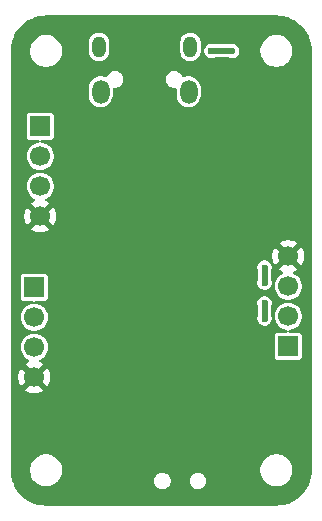
<source format=gbr>
%TF.GenerationSoftware,KiCad,Pcbnew,9.0.1*%
%TF.CreationDate,2025-04-19T10:59:12+01:00*%
%TF.ProjectId,firstkicadproject,66697273-746b-4696-9361-6470726f6a65,rev?*%
%TF.SameCoordinates,Original*%
%TF.FileFunction,Copper,L2,Bot*%
%TF.FilePolarity,Positive*%
%FSLAX46Y46*%
G04 Gerber Fmt 4.6, Leading zero omitted, Abs format (unit mm)*
G04 Created by KiCad (PCBNEW 9.0.1) date 2025-04-19 10:59:12*
%MOMM*%
%LPD*%
G01*
G04 APERTURE LIST*
%TA.AperFunction,ComponentPad*%
%ADD10R,1.700000X1.700000*%
%TD*%
%TA.AperFunction,ComponentPad*%
%ADD11C,1.700000*%
%TD*%
%TA.AperFunction,HeatsinkPad*%
%ADD12O,1.150000X1.800000*%
%TD*%
%TA.AperFunction,HeatsinkPad*%
%ADD13O,1.450000X2.000000*%
%TD*%
%TA.AperFunction,ViaPad*%
%ADD14C,0.600000*%
%TD*%
%TA.AperFunction,ViaPad*%
%ADD15C,0.700000*%
%TD*%
%TA.AperFunction,Conductor*%
%ADD16C,0.500000*%
%TD*%
G04 APERTURE END LIST*
D10*
%TO.P,J3,1,Pin_1*%
%TO.N,+3.3V*%
X68500000Y-61500000D03*
D11*
%TO.P,J3,2,Pin_2*%
%TO.N,/USART1_TX*%
X68500000Y-64040000D03*
%TO.P,J3,3,Pin_3*%
%TO.N,/USART1_RX*%
X68500000Y-66580000D03*
%TO.P,J3,4,Pin_4*%
%TO.N,GND*%
X68500000Y-69120000D03*
%TD*%
D10*
%TO.P,J2,1,Pin_1*%
%TO.N,+3.3V*%
X69000000Y-47880000D03*
D11*
%TO.P,J2,2,Pin_2*%
%TO.N,/SWDIO*%
X69000000Y-50420000D03*
%TO.P,J2,3,Pin_3*%
%TO.N,/SWCLK*%
X69000000Y-52960000D03*
%TO.P,J2,4,Pin_4*%
%TO.N,GND*%
X69000000Y-55500000D03*
%TD*%
D12*
%TO.P,J1,6,Shield*%
%TO.N,unconnected-(J1-Shield-Pad6)_1*%
X81725000Y-41150000D03*
D13*
%TO.N,unconnected-(J1-Shield-Pad6)_2*%
X81575000Y-44950000D03*
%TO.N,unconnected-(J1-Shield-Pad6)*%
X74125000Y-44950000D03*
D12*
%TO.N,unconnected-(J1-Shield-Pad6)_3*%
X73975000Y-41150000D03*
%TD*%
D10*
%TO.P,J4,1,Pin_1*%
%TO.N,+3.3V*%
X90000000Y-66500000D03*
D11*
%TO.P,J4,2,Pin_2*%
%TO.N,/I2C2_SCL*%
X90000000Y-63960000D03*
%TO.P,J4,3,Pin_3*%
%TO.N,/I2C2_SDA*%
X90000000Y-61420000D03*
%TO.P,J4,4,Pin_4*%
%TO.N,GND*%
X90000000Y-58880000D03*
%TD*%
D14*
%TO.N,GND*%
X77500000Y-65000000D03*
D15*
X73000000Y-70000000D03*
D14*
X78000000Y-71000000D03*
X86500000Y-72000000D03*
X89500000Y-48500000D03*
X80000000Y-48000000D03*
X76000000Y-76000000D03*
X76500000Y-55000000D03*
X74850000Y-69000000D03*
X76000000Y-47500000D03*
X80500000Y-65000000D03*
X78000000Y-74000000D03*
X83000000Y-72500000D03*
X82000000Y-60500000D03*
X82000000Y-73000000D03*
X89500000Y-72000000D03*
X85000000Y-39500000D03*
X72500000Y-71000000D03*
X81000000Y-48000000D03*
%TO.N,+3.3V*%
X88000000Y-59840000D03*
X88000000Y-64160000D03*
X88000000Y-62860000D03*
X88000000Y-61140000D03*
X85250000Y-41500000D03*
X83500000Y-41500000D03*
%TD*%
D16*
%TO.N,+3.3V*%
X88000000Y-61140000D02*
X88000000Y-59840000D01*
X85250000Y-41500000D02*
X83500000Y-41500000D01*
X88000000Y-64160000D02*
X88000000Y-62860000D01*
%TD*%
%TA.AperFunction,Conductor*%
%TO.N,GND*%
G36*
X89003243Y-38500669D02*
G01*
X89280182Y-38515184D01*
X89287575Y-38515794D01*
X89349875Y-38522813D01*
X89355353Y-38523555D01*
X89597128Y-38561848D01*
X89605289Y-38563423D01*
X89660830Y-38576100D01*
X89665181Y-38577179D01*
X89908157Y-38642284D01*
X89916999Y-38645013D01*
X89959629Y-38659930D01*
X89963079Y-38661195D01*
X90209378Y-38755739D01*
X90218711Y-38759770D01*
X90239307Y-38769689D01*
X90241754Y-38770900D01*
X90493968Y-38899411D01*
X90505203Y-38905898D01*
X90757608Y-39069812D01*
X90768109Y-39077441D01*
X91002010Y-39266850D01*
X91011655Y-39275535D01*
X91224464Y-39488344D01*
X91233149Y-39497989D01*
X91422558Y-39731890D01*
X91430187Y-39742391D01*
X91594101Y-39994796D01*
X91600591Y-40006036D01*
X91729075Y-40258199D01*
X91730309Y-40260691D01*
X91740223Y-40281277D01*
X91744268Y-40290643D01*
X91838791Y-40536887D01*
X91840068Y-40540369D01*
X91854985Y-40582999D01*
X91857719Y-40591860D01*
X91922806Y-40834766D01*
X91923923Y-40839269D01*
X91936569Y-40894679D01*
X91938150Y-40902872D01*
X91976440Y-41144627D01*
X91977187Y-41150142D01*
X91984204Y-41212424D01*
X91984814Y-41219816D01*
X91999330Y-41496755D01*
X91999500Y-41503246D01*
X91999500Y-76996753D01*
X91999330Y-77003244D01*
X91984814Y-77280182D01*
X91984204Y-77287574D01*
X91977187Y-77349856D01*
X91976440Y-77355371D01*
X91938150Y-77597126D01*
X91936569Y-77605319D01*
X91923923Y-77660729D01*
X91922806Y-77665232D01*
X91857719Y-77908138D01*
X91854985Y-77916999D01*
X91840068Y-77959629D01*
X91838791Y-77963111D01*
X91744268Y-78209355D01*
X91740223Y-78218721D01*
X91730309Y-78239307D01*
X91729075Y-78241799D01*
X91600591Y-78493964D01*
X91594105Y-78505197D01*
X91549697Y-78573581D01*
X91430187Y-78757609D01*
X91422558Y-78768109D01*
X91233149Y-79002010D01*
X91224464Y-79011655D01*
X91011655Y-79224464D01*
X91002010Y-79233149D01*
X90768109Y-79422558D01*
X90757609Y-79430187D01*
X90505197Y-79594105D01*
X90493964Y-79600591D01*
X90241799Y-79729075D01*
X90239307Y-79730309D01*
X90218721Y-79740223D01*
X90209355Y-79744268D01*
X89963111Y-79838791D01*
X89959629Y-79840068D01*
X89916999Y-79854985D01*
X89908138Y-79857719D01*
X89665232Y-79922806D01*
X89660729Y-79923923D01*
X89605319Y-79936569D01*
X89597126Y-79938150D01*
X89355371Y-79976440D01*
X89349856Y-79977187D01*
X89287574Y-79984204D01*
X89280182Y-79984814D01*
X89003244Y-79999330D01*
X88996753Y-79999500D01*
X69503246Y-79999500D01*
X69496757Y-79999330D01*
X69486676Y-79998801D01*
X69219816Y-79984814D01*
X69212424Y-79984204D01*
X69150142Y-79977187D01*
X69144627Y-79976440D01*
X68902872Y-79938150D01*
X68894679Y-79936569D01*
X68866044Y-79930033D01*
X68839245Y-79923917D01*
X68834766Y-79922806D01*
X68591860Y-79857719D01*
X68582999Y-79854985D01*
X68540369Y-79840068D01*
X68536887Y-79838791D01*
X68290643Y-79744268D01*
X68281277Y-79740223D01*
X68260691Y-79730309D01*
X68258199Y-79729075D01*
X68006036Y-79600591D01*
X67994796Y-79594101D01*
X67742391Y-79430187D01*
X67731890Y-79422558D01*
X67497989Y-79233149D01*
X67488344Y-79224464D01*
X67275535Y-79011655D01*
X67266850Y-79002010D01*
X67077441Y-78768109D01*
X67069812Y-78757608D01*
X66950303Y-78573580D01*
X66905896Y-78505199D01*
X66899408Y-78493963D01*
X66770900Y-78241754D01*
X66769689Y-78239307D01*
X66759775Y-78218721D01*
X66755739Y-78209378D01*
X66661195Y-77963079D01*
X66659930Y-77959629D01*
X66645013Y-77916999D01*
X66642284Y-77908157D01*
X66577179Y-77665181D01*
X66576100Y-77660830D01*
X66563423Y-77605289D01*
X66561848Y-77597126D01*
X66557264Y-77568182D01*
X66523555Y-77355353D01*
X66522811Y-77349856D01*
X66515794Y-77287574D01*
X66515184Y-77280181D01*
X66500670Y-77003243D01*
X66500500Y-76996753D01*
X66500500Y-76893713D01*
X68149500Y-76893713D01*
X68149500Y-77106286D01*
X68182324Y-77313533D01*
X68182754Y-77316243D01*
X68232721Y-77470026D01*
X68248444Y-77518414D01*
X68344951Y-77707820D01*
X68469890Y-77879786D01*
X68620213Y-78030109D01*
X68792179Y-78155048D01*
X68792181Y-78155049D01*
X68792184Y-78155051D01*
X68981588Y-78251557D01*
X69183757Y-78317246D01*
X69393713Y-78350500D01*
X69393714Y-78350500D01*
X69606286Y-78350500D01*
X69606287Y-78350500D01*
X69816243Y-78317246D01*
X70018412Y-78251557D01*
X70207816Y-78155051D01*
X70277639Y-78104322D01*
X70379786Y-78030109D01*
X70379788Y-78030106D01*
X70379792Y-78030104D01*
X70440901Y-77968995D01*
X78649499Y-77968995D01*
X78676418Y-78104322D01*
X78676421Y-78104332D01*
X78729221Y-78231804D01*
X78729228Y-78231817D01*
X78805885Y-78346541D01*
X78805888Y-78346545D01*
X78903454Y-78444111D01*
X78903458Y-78444114D01*
X79018182Y-78520771D01*
X79018195Y-78520778D01*
X79145667Y-78573578D01*
X79145672Y-78573580D01*
X79145676Y-78573580D01*
X79145677Y-78573581D01*
X79281004Y-78600500D01*
X79281007Y-78600500D01*
X79418995Y-78600500D01*
X79510041Y-78582389D01*
X79554328Y-78573580D01*
X79681811Y-78520775D01*
X79796542Y-78444114D01*
X79894114Y-78346542D01*
X79970775Y-78231811D01*
X80023580Y-78104328D01*
X80050500Y-77968995D01*
X81649499Y-77968995D01*
X81676418Y-78104322D01*
X81676421Y-78104332D01*
X81729221Y-78231804D01*
X81729228Y-78231817D01*
X81805885Y-78346541D01*
X81805888Y-78346545D01*
X81903454Y-78444111D01*
X81903458Y-78444114D01*
X82018182Y-78520771D01*
X82018195Y-78520778D01*
X82145667Y-78573578D01*
X82145672Y-78573580D01*
X82145676Y-78573580D01*
X82145677Y-78573581D01*
X82281004Y-78600500D01*
X82281007Y-78600500D01*
X82418995Y-78600500D01*
X82510041Y-78582389D01*
X82554328Y-78573580D01*
X82681811Y-78520775D01*
X82796542Y-78444114D01*
X82894114Y-78346542D01*
X82970775Y-78231811D01*
X83023580Y-78104328D01*
X83050500Y-77968993D01*
X83050500Y-77831007D01*
X83050500Y-77831004D01*
X83023581Y-77695677D01*
X83023580Y-77695676D01*
X83023580Y-77695672D01*
X83023578Y-77695667D01*
X82970778Y-77568195D01*
X82970771Y-77568182D01*
X82894114Y-77453458D01*
X82894111Y-77453454D01*
X82796545Y-77355888D01*
X82796541Y-77355885D01*
X82681817Y-77279228D01*
X82681804Y-77279221D01*
X82554332Y-77226421D01*
X82554322Y-77226418D01*
X82418995Y-77199500D01*
X82418993Y-77199500D01*
X82281007Y-77199500D01*
X82281005Y-77199500D01*
X82145677Y-77226418D01*
X82145667Y-77226421D01*
X82018195Y-77279221D01*
X82018182Y-77279228D01*
X81903458Y-77355885D01*
X81903454Y-77355888D01*
X81805888Y-77453454D01*
X81805885Y-77453458D01*
X81729228Y-77568182D01*
X81729221Y-77568195D01*
X81676421Y-77695667D01*
X81676418Y-77695677D01*
X81649500Y-77831004D01*
X81649500Y-77831007D01*
X81649500Y-77968993D01*
X81649500Y-77968995D01*
X81649499Y-77968995D01*
X80050500Y-77968995D01*
X80050500Y-77968993D01*
X80050500Y-77831007D01*
X80050500Y-77831004D01*
X80023581Y-77695677D01*
X80023580Y-77695676D01*
X80023580Y-77695672D01*
X80023578Y-77695667D01*
X79970778Y-77568195D01*
X79970771Y-77568182D01*
X79894114Y-77453458D01*
X79894111Y-77453454D01*
X79796545Y-77355888D01*
X79796541Y-77355885D01*
X79681817Y-77279228D01*
X79681804Y-77279221D01*
X79554332Y-77226421D01*
X79554322Y-77226418D01*
X79418995Y-77199500D01*
X79418993Y-77199500D01*
X79281007Y-77199500D01*
X79281005Y-77199500D01*
X79145677Y-77226418D01*
X79145667Y-77226421D01*
X79018195Y-77279221D01*
X79018182Y-77279228D01*
X78903458Y-77355885D01*
X78903454Y-77355888D01*
X78805888Y-77453454D01*
X78805885Y-77453458D01*
X78729228Y-77568182D01*
X78729221Y-77568195D01*
X78676421Y-77695667D01*
X78676418Y-77695677D01*
X78649500Y-77831004D01*
X78649500Y-77831007D01*
X78649500Y-77968993D01*
X78649500Y-77968995D01*
X78649499Y-77968995D01*
X70440901Y-77968995D01*
X70530104Y-77879792D01*
X70536680Y-77870740D01*
X70622929Y-77752030D01*
X70655048Y-77707820D01*
X70655051Y-77707816D01*
X70751557Y-77518412D01*
X70817246Y-77316243D01*
X70850500Y-77106287D01*
X70850500Y-76893713D01*
X87649500Y-76893713D01*
X87649500Y-77106286D01*
X87682324Y-77313533D01*
X87682754Y-77316243D01*
X87732721Y-77470026D01*
X87748444Y-77518414D01*
X87844951Y-77707820D01*
X87969890Y-77879786D01*
X88120213Y-78030109D01*
X88292179Y-78155048D01*
X88292181Y-78155049D01*
X88292184Y-78155051D01*
X88481588Y-78251557D01*
X88683757Y-78317246D01*
X88893713Y-78350500D01*
X88893714Y-78350500D01*
X89106286Y-78350500D01*
X89106287Y-78350500D01*
X89316243Y-78317246D01*
X89518412Y-78251557D01*
X89707816Y-78155051D01*
X89777639Y-78104322D01*
X89879786Y-78030109D01*
X89879788Y-78030106D01*
X89879792Y-78030104D01*
X90030104Y-77879792D01*
X90030106Y-77879788D01*
X90030109Y-77879786D01*
X90155048Y-77707820D01*
X90155047Y-77707820D01*
X90155051Y-77707816D01*
X90251557Y-77518412D01*
X90317246Y-77316243D01*
X90350500Y-77106287D01*
X90350500Y-76893713D01*
X90317246Y-76683757D01*
X90251557Y-76481588D01*
X90155051Y-76292184D01*
X90155049Y-76292181D01*
X90155048Y-76292179D01*
X90030109Y-76120213D01*
X89879786Y-75969890D01*
X89707820Y-75844951D01*
X89518414Y-75748444D01*
X89518413Y-75748443D01*
X89518412Y-75748443D01*
X89316243Y-75682754D01*
X89316241Y-75682753D01*
X89316240Y-75682753D01*
X89154957Y-75657208D01*
X89106287Y-75649500D01*
X88893713Y-75649500D01*
X88845042Y-75657208D01*
X88683760Y-75682753D01*
X88481585Y-75748444D01*
X88292179Y-75844951D01*
X88120213Y-75969890D01*
X87969890Y-76120213D01*
X87844951Y-76292179D01*
X87748444Y-76481585D01*
X87682753Y-76683760D01*
X87649500Y-76893713D01*
X70850500Y-76893713D01*
X70817246Y-76683757D01*
X70751557Y-76481588D01*
X70655051Y-76292184D01*
X70655049Y-76292181D01*
X70655048Y-76292179D01*
X70530109Y-76120213D01*
X70379786Y-75969890D01*
X70207820Y-75844951D01*
X70018414Y-75748444D01*
X70018413Y-75748443D01*
X70018412Y-75748443D01*
X69816243Y-75682754D01*
X69816241Y-75682753D01*
X69816240Y-75682753D01*
X69654957Y-75657208D01*
X69606287Y-75649500D01*
X69393713Y-75649500D01*
X69345042Y-75657208D01*
X69183760Y-75682753D01*
X68981585Y-75748444D01*
X68792179Y-75844951D01*
X68620213Y-75969890D01*
X68469890Y-76120213D01*
X68344951Y-76292179D01*
X68248444Y-76481585D01*
X68182753Y-76683760D01*
X68149500Y-76893713D01*
X66500500Y-76893713D01*
X66500500Y-69013753D01*
X67150000Y-69013753D01*
X67150000Y-69226246D01*
X67183242Y-69436127D01*
X67183242Y-69436130D01*
X67248904Y-69638217D01*
X67345375Y-69827550D01*
X67384728Y-69881716D01*
X68017037Y-69249408D01*
X68034075Y-69312993D01*
X68099901Y-69427007D01*
X68192993Y-69520099D01*
X68307007Y-69585925D01*
X68370590Y-69602962D01*
X67738282Y-70235269D01*
X67738282Y-70235270D01*
X67792449Y-70274624D01*
X67981782Y-70371095D01*
X68183870Y-70436757D01*
X68393754Y-70470000D01*
X68606246Y-70470000D01*
X68816127Y-70436757D01*
X68816130Y-70436757D01*
X69018217Y-70371095D01*
X69207554Y-70274622D01*
X69261716Y-70235270D01*
X69261717Y-70235270D01*
X68629408Y-69602962D01*
X68692993Y-69585925D01*
X68807007Y-69520099D01*
X68900099Y-69427007D01*
X68965925Y-69312993D01*
X68982962Y-69249408D01*
X69615270Y-69881717D01*
X69615270Y-69881716D01*
X69654622Y-69827554D01*
X69751095Y-69638217D01*
X69816757Y-69436130D01*
X69816757Y-69436127D01*
X69850000Y-69226246D01*
X69850000Y-69013753D01*
X69816757Y-68803872D01*
X69816757Y-68803869D01*
X69751095Y-68601782D01*
X69654624Y-68412449D01*
X69615270Y-68358282D01*
X69615269Y-68358282D01*
X68982962Y-68990590D01*
X68965925Y-68927007D01*
X68900099Y-68812993D01*
X68807007Y-68719901D01*
X68692993Y-68654075D01*
X68629409Y-68637037D01*
X69261716Y-68004728D01*
X69207550Y-67965375D01*
X69018217Y-67868904D01*
X68989292Y-67859506D01*
X68931616Y-67820068D01*
X68904418Y-67755710D01*
X68916333Y-67686863D01*
X68963577Y-67635388D01*
X68971315Y-67631090D01*
X69102994Y-67563996D01*
X69249501Y-67457553D01*
X69377553Y-67329501D01*
X69483996Y-67182994D01*
X69566211Y-67021639D01*
X69622171Y-66849409D01*
X69636765Y-66757259D01*
X69650500Y-66670551D01*
X69650500Y-66489448D01*
X69634019Y-66385397D01*
X69622171Y-66310591D01*
X69566211Y-66138361D01*
X69566211Y-66138360D01*
X69537740Y-66082484D01*
X69483996Y-65977006D01*
X69470396Y-65958287D01*
X69377558Y-65830505D01*
X69377554Y-65830500D01*
X69249499Y-65702445D01*
X69249494Y-65702441D01*
X69102997Y-65596006D01*
X69102996Y-65596005D01*
X69102994Y-65596004D01*
X69051300Y-65569664D01*
X68941639Y-65513788D01*
X68941636Y-65513787D01*
X68769410Y-65457829D01*
X68609321Y-65432473D01*
X68546186Y-65402544D01*
X68509255Y-65343232D01*
X68510253Y-65273370D01*
X68548863Y-65215137D01*
X68609321Y-65187527D01*
X68679425Y-65176422D01*
X68769409Y-65162171D01*
X68941639Y-65106211D01*
X69102994Y-65023996D01*
X69249501Y-64917553D01*
X69377553Y-64789501D01*
X69483996Y-64642994D01*
X69566211Y-64481639D01*
X69622171Y-64309409D01*
X69636765Y-64217259D01*
X69650500Y-64130551D01*
X69650500Y-63949448D01*
X69634019Y-63845397D01*
X69622171Y-63770591D01*
X69566211Y-63598361D01*
X69566211Y-63598360D01*
X69525450Y-63518363D01*
X69483996Y-63437006D01*
X69425870Y-63357002D01*
X69377558Y-63290505D01*
X69377554Y-63290500D01*
X69249499Y-63162445D01*
X69249494Y-63162441D01*
X69102997Y-63056006D01*
X69102996Y-63056005D01*
X69102994Y-63056004D01*
X69051300Y-63029664D01*
X68941639Y-62973788D01*
X68941636Y-62973787D01*
X68769410Y-62917829D01*
X68637728Y-62896972D01*
X68574594Y-62867042D01*
X68537663Y-62807731D01*
X68538046Y-62780943D01*
X87399500Y-62780943D01*
X87399500Y-62939057D01*
X87430836Y-63056004D01*
X87442527Y-63099636D01*
X87441832Y-63099822D01*
X87449500Y-63138362D01*
X87449500Y-63881637D01*
X87441834Y-63920179D01*
X87442527Y-63920365D01*
X87440423Y-63928214D01*
X87440423Y-63928216D01*
X87399500Y-64080943D01*
X87399500Y-64239056D01*
X87440423Y-64391783D01*
X87440426Y-64391790D01*
X87519475Y-64528709D01*
X87519479Y-64528714D01*
X87519480Y-64528716D01*
X87631284Y-64640520D01*
X87631286Y-64640521D01*
X87631290Y-64640524D01*
X87750760Y-64709499D01*
X87768216Y-64719577D01*
X87920943Y-64760500D01*
X87920945Y-64760500D01*
X88079055Y-64760500D01*
X88079057Y-64760500D01*
X88231784Y-64719577D01*
X88368716Y-64640520D01*
X88480520Y-64528716D01*
X88559577Y-64391784D01*
X88600500Y-64239057D01*
X88600500Y-64080943D01*
X88559577Y-63928216D01*
X88559576Y-63928214D01*
X88557473Y-63920365D01*
X88558165Y-63920179D01*
X88550500Y-63881637D01*
X88550500Y-63138362D01*
X88558167Y-63099822D01*
X88557473Y-63099636D01*
X88562080Y-63082441D01*
X88600500Y-62939057D01*
X88600500Y-62780943D01*
X88559577Y-62628216D01*
X88524539Y-62567527D01*
X88480524Y-62491290D01*
X88480518Y-62491282D01*
X88368717Y-62379481D01*
X88368709Y-62379475D01*
X88231790Y-62300426D01*
X88231786Y-62300424D01*
X88231784Y-62300423D01*
X88079057Y-62259500D01*
X87920943Y-62259500D01*
X87768216Y-62300423D01*
X87768209Y-62300426D01*
X87631290Y-62379475D01*
X87631282Y-62379481D01*
X87519481Y-62491282D01*
X87519475Y-62491290D01*
X87440426Y-62628209D01*
X87440423Y-62628216D01*
X87399500Y-62780943D01*
X68538046Y-62780943D01*
X68538661Y-62737868D01*
X68577271Y-62679636D01*
X68641235Y-62651522D01*
X68657120Y-62650499D01*
X69394864Y-62650499D01*
X69397128Y-62650236D01*
X69402248Y-62649643D01*
X69402252Y-62649642D01*
X69419991Y-62647585D01*
X69522765Y-62602206D01*
X69602206Y-62522765D01*
X69647585Y-62419991D01*
X69650500Y-62394865D01*
X69650499Y-60605136D01*
X69650497Y-60605117D01*
X69647586Y-60580012D01*
X69647585Y-60580010D01*
X69647585Y-60580009D01*
X69602206Y-60477235D01*
X69522765Y-60397794D01*
X69522763Y-60397793D01*
X69419992Y-60352415D01*
X69394865Y-60349500D01*
X67605143Y-60349500D01*
X67605117Y-60349502D01*
X67580012Y-60352413D01*
X67580008Y-60352415D01*
X67477235Y-60397793D01*
X67397794Y-60477234D01*
X67352415Y-60580006D01*
X67352415Y-60580008D01*
X67349500Y-60605131D01*
X67349500Y-62394856D01*
X67349502Y-62394882D01*
X67352413Y-62419987D01*
X67352415Y-62419991D01*
X67397793Y-62522764D01*
X67397794Y-62522765D01*
X67477235Y-62602206D01*
X67580009Y-62647585D01*
X67605135Y-62650500D01*
X68342873Y-62650499D01*
X68409910Y-62670183D01*
X68455665Y-62722987D01*
X68465609Y-62792146D01*
X68436584Y-62855702D01*
X68377806Y-62893476D01*
X68362270Y-62896972D01*
X68230589Y-62917829D01*
X68058363Y-62973787D01*
X68058360Y-62973788D01*
X67897002Y-63056006D01*
X67750505Y-63162441D01*
X67750500Y-63162445D01*
X67622445Y-63290500D01*
X67622441Y-63290505D01*
X67516006Y-63437002D01*
X67433788Y-63598360D01*
X67433787Y-63598363D01*
X67377829Y-63770589D01*
X67349500Y-63949448D01*
X67349500Y-64130551D01*
X67377829Y-64309410D01*
X67433787Y-64481636D01*
X67433788Y-64481639D01*
X67475243Y-64562997D01*
X67514745Y-64640524D01*
X67516006Y-64642997D01*
X67622441Y-64789494D01*
X67622445Y-64789499D01*
X67750500Y-64917554D01*
X67750505Y-64917558D01*
X67878287Y-65010396D01*
X67897006Y-65023996D01*
X68002484Y-65077740D01*
X68058360Y-65106211D01*
X68058363Y-65106212D01*
X68140675Y-65132956D01*
X68230591Y-65162171D01*
X68303639Y-65173740D01*
X68390678Y-65187527D01*
X68453813Y-65217456D01*
X68490744Y-65276768D01*
X68489746Y-65346631D01*
X68451136Y-65404863D01*
X68390678Y-65432473D01*
X68230589Y-65457829D01*
X68058363Y-65513787D01*
X68058360Y-65513788D01*
X67897002Y-65596006D01*
X67750505Y-65702441D01*
X67750500Y-65702445D01*
X67622445Y-65830500D01*
X67622441Y-65830505D01*
X67516006Y-65977002D01*
X67433788Y-66138360D01*
X67433787Y-66138363D01*
X67377829Y-66310589D01*
X67349500Y-66489448D01*
X67349500Y-66670551D01*
X67377829Y-66849410D01*
X67433787Y-67021636D01*
X67433788Y-67021639D01*
X67516006Y-67182997D01*
X67622441Y-67329494D01*
X67622445Y-67329499D01*
X67750500Y-67457554D01*
X67750505Y-67457558D01*
X67840256Y-67522765D01*
X67897006Y-67563996D01*
X67971995Y-67602205D01*
X68028684Y-67631090D01*
X68079480Y-67679065D01*
X68096275Y-67746886D01*
X68073737Y-67813021D01*
X68019022Y-67856472D01*
X68010708Y-67859506D01*
X67981781Y-67868905D01*
X67792439Y-67965380D01*
X67738282Y-68004727D01*
X67738282Y-68004728D01*
X68370591Y-68637037D01*
X68307007Y-68654075D01*
X68192993Y-68719901D01*
X68099901Y-68812993D01*
X68034075Y-68927007D01*
X68017037Y-68990591D01*
X67384728Y-68358282D01*
X67384727Y-68358282D01*
X67345380Y-68412439D01*
X67248904Y-68601782D01*
X67183242Y-68803869D01*
X67183242Y-68803872D01*
X67150000Y-69013753D01*
X66500500Y-69013753D01*
X66500500Y-59760943D01*
X87399500Y-59760943D01*
X87399500Y-59919057D01*
X87430466Y-60034624D01*
X87442527Y-60079636D01*
X87441832Y-60079822D01*
X87449500Y-60118362D01*
X87449500Y-60861637D01*
X87441834Y-60900179D01*
X87442527Y-60900365D01*
X87440423Y-60908214D01*
X87440423Y-60908216D01*
X87399500Y-61060943D01*
X87399500Y-61219057D01*
X87419176Y-61292487D01*
X87440423Y-61371783D01*
X87440426Y-61371790D01*
X87519475Y-61508709D01*
X87519479Y-61508714D01*
X87519480Y-61508716D01*
X87631284Y-61620520D01*
X87631286Y-61620521D01*
X87631290Y-61620524D01*
X87750604Y-61689409D01*
X87768216Y-61699577D01*
X87920943Y-61740500D01*
X87920945Y-61740500D01*
X88079055Y-61740500D01*
X88079057Y-61740500D01*
X88231784Y-61699577D01*
X88368716Y-61620520D01*
X88480520Y-61508716D01*
X88559577Y-61371784D01*
X88600500Y-61219057D01*
X88600500Y-61060943D01*
X88559577Y-60908216D01*
X88559576Y-60908214D01*
X88557473Y-60900365D01*
X88558165Y-60900179D01*
X88550500Y-60861637D01*
X88550500Y-60118362D01*
X88558167Y-60079822D01*
X88557473Y-60079636D01*
X88569534Y-60034624D01*
X88600500Y-59919057D01*
X88600500Y-59760943D01*
X88559577Y-59608216D01*
X88547646Y-59587550D01*
X88480524Y-59471290D01*
X88480518Y-59471282D01*
X88368717Y-59359481D01*
X88368709Y-59359475D01*
X88231790Y-59280426D01*
X88231786Y-59280424D01*
X88231784Y-59280423D01*
X88079057Y-59239500D01*
X87920943Y-59239500D01*
X87768216Y-59280423D01*
X87768209Y-59280426D01*
X87631290Y-59359475D01*
X87631282Y-59359481D01*
X87519481Y-59471282D01*
X87519475Y-59471290D01*
X87440426Y-59608209D01*
X87440423Y-59608216D01*
X87399500Y-59760943D01*
X66500500Y-59760943D01*
X66500500Y-58773753D01*
X88650000Y-58773753D01*
X88650000Y-58986246D01*
X88683242Y-59196127D01*
X88683242Y-59196130D01*
X88748904Y-59398217D01*
X88845375Y-59587550D01*
X88884728Y-59641716D01*
X89517037Y-59009408D01*
X89534075Y-59072993D01*
X89599901Y-59187007D01*
X89692993Y-59280099D01*
X89807007Y-59345925D01*
X89870590Y-59362962D01*
X89238282Y-59995269D01*
X89238282Y-59995270D01*
X89292449Y-60034624D01*
X89481780Y-60131094D01*
X89510705Y-60140492D01*
X89568381Y-60179929D01*
X89595580Y-60244287D01*
X89583667Y-60313134D01*
X89536424Y-60364610D01*
X89528685Y-60368908D01*
X89397004Y-60436004D01*
X89250505Y-60542441D01*
X89250500Y-60542445D01*
X89122445Y-60670500D01*
X89122441Y-60670505D01*
X89016006Y-60817002D01*
X88933788Y-60978360D01*
X88933787Y-60978363D01*
X88877829Y-61150589D01*
X88849500Y-61329448D01*
X88849500Y-61510551D01*
X88877829Y-61689410D01*
X88933787Y-61861636D01*
X88933788Y-61861639D01*
X89016006Y-62022997D01*
X89122441Y-62169494D01*
X89122445Y-62169499D01*
X89250500Y-62297554D01*
X89250505Y-62297558D01*
X89363262Y-62379480D01*
X89397006Y-62403996D01*
X89502484Y-62457740D01*
X89558360Y-62486211D01*
X89558363Y-62486212D01*
X89644476Y-62514191D01*
X89730591Y-62542171D01*
X89803639Y-62553740D01*
X89890678Y-62567527D01*
X89953813Y-62597456D01*
X89990744Y-62656768D01*
X89989746Y-62726631D01*
X89951136Y-62784863D01*
X89890678Y-62812473D01*
X89730589Y-62837829D01*
X89558363Y-62893787D01*
X89558360Y-62893788D01*
X89397002Y-62976006D01*
X89250505Y-63082441D01*
X89250500Y-63082445D01*
X89122445Y-63210500D01*
X89122441Y-63210505D01*
X89016006Y-63357002D01*
X88933788Y-63518360D01*
X88933787Y-63518363D01*
X88877829Y-63690589D01*
X88849500Y-63869448D01*
X88849500Y-64050551D01*
X88877829Y-64229410D01*
X88933787Y-64401636D01*
X88933788Y-64401639D01*
X88974551Y-64481639D01*
X88998538Y-64528716D01*
X89016006Y-64562997D01*
X89122441Y-64709494D01*
X89122445Y-64709499D01*
X89250500Y-64837554D01*
X89250505Y-64837558D01*
X89360617Y-64917558D01*
X89397006Y-64943996D01*
X89502484Y-64997740D01*
X89558360Y-65026211D01*
X89558363Y-65026212D01*
X89644476Y-65054191D01*
X89730591Y-65082171D01*
X89834716Y-65098662D01*
X89862270Y-65103027D01*
X89925405Y-65132956D01*
X89962336Y-65192268D01*
X89961338Y-65262130D01*
X89922728Y-65320363D01*
X89858765Y-65348477D01*
X89842872Y-65349500D01*
X89105143Y-65349500D01*
X89105117Y-65349502D01*
X89080012Y-65352413D01*
X89080008Y-65352415D01*
X88977235Y-65397793D01*
X88897794Y-65477234D01*
X88852415Y-65580006D01*
X88852415Y-65580008D01*
X88849500Y-65605131D01*
X88849500Y-67394856D01*
X88849502Y-67394882D01*
X88852413Y-67419987D01*
X88852415Y-67419991D01*
X88897793Y-67522764D01*
X88897794Y-67522765D01*
X88977235Y-67602206D01*
X89080009Y-67647585D01*
X89105135Y-67650500D01*
X90894864Y-67650499D01*
X90894879Y-67650497D01*
X90894882Y-67650497D01*
X90919987Y-67647586D01*
X90919988Y-67647585D01*
X90919991Y-67647585D01*
X91022765Y-67602206D01*
X91102206Y-67522765D01*
X91147585Y-67419991D01*
X91150500Y-67394865D01*
X91150499Y-65605136D01*
X91150497Y-65605117D01*
X91147586Y-65580012D01*
X91147585Y-65580010D01*
X91147585Y-65580009D01*
X91102206Y-65477235D01*
X91022765Y-65397794D01*
X91022763Y-65397793D01*
X90919992Y-65352415D01*
X90894868Y-65349500D01*
X90157128Y-65349500D01*
X90090089Y-65329815D01*
X90044334Y-65277011D01*
X90034390Y-65207853D01*
X90063415Y-65144297D01*
X90122193Y-65106523D01*
X90137730Y-65103027D01*
X90161014Y-65099338D01*
X90269409Y-65082171D01*
X90441639Y-65026211D01*
X90602994Y-64943996D01*
X90749501Y-64837553D01*
X90877553Y-64709501D01*
X90983996Y-64562994D01*
X91066211Y-64401639D01*
X91122171Y-64229409D01*
X91137829Y-64130546D01*
X91150500Y-64050551D01*
X91150500Y-63869448D01*
X91134019Y-63765397D01*
X91122171Y-63690591D01*
X91066211Y-63518361D01*
X91066211Y-63518360D01*
X91024756Y-63437002D01*
X90983996Y-63357006D01*
X90970396Y-63338287D01*
X90877558Y-63210505D01*
X90877554Y-63210500D01*
X90749499Y-63082445D01*
X90749494Y-63082441D01*
X90602997Y-62976006D01*
X90602996Y-62976005D01*
X90602994Y-62976004D01*
X90530478Y-62939055D01*
X90441639Y-62893788D01*
X90441636Y-62893787D01*
X90269410Y-62837829D01*
X90109321Y-62812473D01*
X90046186Y-62782544D01*
X90009255Y-62723232D01*
X90010253Y-62653370D01*
X90048863Y-62595137D01*
X90109321Y-62567527D01*
X90179425Y-62556422D01*
X90269409Y-62542171D01*
X90441639Y-62486211D01*
X90602994Y-62403996D01*
X90749501Y-62297553D01*
X90877553Y-62169501D01*
X90983996Y-62022994D01*
X91066211Y-61861639D01*
X91122171Y-61689409D01*
X91136765Y-61597259D01*
X91150500Y-61510551D01*
X91150500Y-61329448D01*
X91133015Y-61219055D01*
X91122171Y-61150591D01*
X91066211Y-60978361D01*
X91066211Y-60978360D01*
X91022459Y-60892494D01*
X90983996Y-60817006D01*
X90970396Y-60798287D01*
X90877558Y-60670505D01*
X90877554Y-60670500D01*
X90749499Y-60542445D01*
X90749494Y-60542441D01*
X90602995Y-60436004D01*
X90471314Y-60368908D01*
X90420519Y-60320934D01*
X90403724Y-60253113D01*
X90426262Y-60186978D01*
X90480977Y-60143527D01*
X90489295Y-60140492D01*
X90518217Y-60131095D01*
X90707554Y-60034622D01*
X90761716Y-59995270D01*
X90761717Y-59995270D01*
X90129408Y-59362962D01*
X90192993Y-59345925D01*
X90307007Y-59280099D01*
X90400099Y-59187007D01*
X90465925Y-59072993D01*
X90482962Y-59009408D01*
X91115270Y-59641717D01*
X91115270Y-59641716D01*
X91154622Y-59587554D01*
X91251095Y-59398217D01*
X91316757Y-59196130D01*
X91316757Y-59196127D01*
X91350000Y-58986246D01*
X91350000Y-58773753D01*
X91316757Y-58563872D01*
X91316757Y-58563869D01*
X91251095Y-58361782D01*
X91154624Y-58172449D01*
X91115270Y-58118282D01*
X91115269Y-58118282D01*
X90482962Y-58750590D01*
X90465925Y-58687007D01*
X90400099Y-58572993D01*
X90307007Y-58479901D01*
X90192993Y-58414075D01*
X90129409Y-58397037D01*
X90761716Y-57764728D01*
X90707550Y-57725375D01*
X90518217Y-57628904D01*
X90316129Y-57563242D01*
X90106246Y-57530000D01*
X89893754Y-57530000D01*
X89683872Y-57563242D01*
X89683869Y-57563242D01*
X89481782Y-57628904D01*
X89292439Y-57725380D01*
X89238282Y-57764727D01*
X89238282Y-57764728D01*
X89870591Y-58397037D01*
X89807007Y-58414075D01*
X89692993Y-58479901D01*
X89599901Y-58572993D01*
X89534075Y-58687007D01*
X89517037Y-58750591D01*
X88884728Y-58118282D01*
X88884727Y-58118282D01*
X88845380Y-58172439D01*
X88748904Y-58361782D01*
X88683242Y-58563869D01*
X88683242Y-58563872D01*
X88650000Y-58773753D01*
X66500500Y-58773753D01*
X66500500Y-55393753D01*
X67650000Y-55393753D01*
X67650000Y-55606246D01*
X67683242Y-55816127D01*
X67683242Y-55816130D01*
X67748904Y-56018217D01*
X67845375Y-56207550D01*
X67884728Y-56261716D01*
X68517037Y-55629408D01*
X68534075Y-55692993D01*
X68599901Y-55807007D01*
X68692993Y-55900099D01*
X68807007Y-55965925D01*
X68870590Y-55982962D01*
X68238282Y-56615269D01*
X68238282Y-56615270D01*
X68292449Y-56654624D01*
X68481782Y-56751095D01*
X68683870Y-56816757D01*
X68893754Y-56850000D01*
X69106246Y-56850000D01*
X69316127Y-56816757D01*
X69316130Y-56816757D01*
X69518217Y-56751095D01*
X69707554Y-56654622D01*
X69761716Y-56615270D01*
X69761717Y-56615270D01*
X69129408Y-55982962D01*
X69192993Y-55965925D01*
X69307007Y-55900099D01*
X69400099Y-55807007D01*
X69465925Y-55692993D01*
X69482962Y-55629409D01*
X70115270Y-56261717D01*
X70115270Y-56261716D01*
X70154622Y-56207554D01*
X70251095Y-56018217D01*
X70316757Y-55816130D01*
X70316757Y-55816127D01*
X70350000Y-55606246D01*
X70350000Y-55393753D01*
X70316757Y-55183872D01*
X70316757Y-55183869D01*
X70251095Y-54981782D01*
X70154624Y-54792449D01*
X70115270Y-54738282D01*
X70115269Y-54738282D01*
X69482962Y-55370590D01*
X69465925Y-55307007D01*
X69400099Y-55192993D01*
X69307007Y-55099901D01*
X69192993Y-55034075D01*
X69129409Y-55017037D01*
X69761716Y-54384728D01*
X69707550Y-54345375D01*
X69518217Y-54248904D01*
X69489292Y-54239506D01*
X69431616Y-54200068D01*
X69404418Y-54135710D01*
X69416333Y-54066863D01*
X69463577Y-54015388D01*
X69471315Y-54011090D01*
X69602994Y-53943996D01*
X69749501Y-53837553D01*
X69877553Y-53709501D01*
X69983996Y-53562994D01*
X70066211Y-53401639D01*
X70122171Y-53229409D01*
X70136765Y-53137259D01*
X70150500Y-53050551D01*
X70150500Y-52869448D01*
X70134019Y-52765397D01*
X70122171Y-52690591D01*
X70066211Y-52518361D01*
X70066211Y-52518360D01*
X70037740Y-52462484D01*
X69983996Y-52357006D01*
X69970396Y-52338287D01*
X69877558Y-52210505D01*
X69877554Y-52210500D01*
X69749499Y-52082445D01*
X69749494Y-52082441D01*
X69602997Y-51976006D01*
X69602996Y-51976005D01*
X69602994Y-51976004D01*
X69551300Y-51949664D01*
X69441639Y-51893788D01*
X69441636Y-51893787D01*
X69269410Y-51837829D01*
X69109321Y-51812473D01*
X69046186Y-51782544D01*
X69009255Y-51723232D01*
X69010253Y-51653370D01*
X69048863Y-51595137D01*
X69109321Y-51567527D01*
X69179425Y-51556422D01*
X69269409Y-51542171D01*
X69441639Y-51486211D01*
X69602994Y-51403996D01*
X69749501Y-51297553D01*
X69877553Y-51169501D01*
X69983996Y-51022994D01*
X70066211Y-50861639D01*
X70122171Y-50689409D01*
X70136765Y-50597259D01*
X70150500Y-50510551D01*
X70150500Y-50329448D01*
X70134019Y-50225397D01*
X70122171Y-50150591D01*
X70066211Y-49978361D01*
X70066211Y-49978360D01*
X70037740Y-49922484D01*
X69983996Y-49817006D01*
X69970396Y-49798287D01*
X69877558Y-49670505D01*
X69877554Y-49670500D01*
X69749499Y-49542445D01*
X69749494Y-49542441D01*
X69602997Y-49436006D01*
X69602996Y-49436005D01*
X69602994Y-49436004D01*
X69551300Y-49409664D01*
X69441639Y-49353788D01*
X69441636Y-49353787D01*
X69269410Y-49297829D01*
X69137728Y-49276972D01*
X69074594Y-49247042D01*
X69037663Y-49187731D01*
X69038661Y-49117868D01*
X69077271Y-49059636D01*
X69141235Y-49031522D01*
X69157120Y-49030499D01*
X69894864Y-49030499D01*
X69894879Y-49030497D01*
X69894882Y-49030497D01*
X69919987Y-49027586D01*
X69919988Y-49027585D01*
X69919991Y-49027585D01*
X70022765Y-48982206D01*
X70102206Y-48902765D01*
X70147585Y-48799991D01*
X70150500Y-48774865D01*
X70150499Y-46985136D01*
X70150497Y-46985117D01*
X70147586Y-46960012D01*
X70147585Y-46960010D01*
X70147585Y-46960009D01*
X70102206Y-46857235D01*
X70022765Y-46777794D01*
X70022763Y-46777793D01*
X69919992Y-46732415D01*
X69894865Y-46729500D01*
X68105143Y-46729500D01*
X68105117Y-46729502D01*
X68080012Y-46732413D01*
X68080008Y-46732415D01*
X67977235Y-46777793D01*
X67897794Y-46857234D01*
X67852415Y-46960006D01*
X67852415Y-46960008D01*
X67849500Y-46985131D01*
X67849500Y-48774856D01*
X67849502Y-48774882D01*
X67852413Y-48799987D01*
X67852415Y-48799991D01*
X67897793Y-48902764D01*
X67897794Y-48902765D01*
X67977235Y-48982206D01*
X68080009Y-49027585D01*
X68105135Y-49030500D01*
X68842873Y-49030499D01*
X68909910Y-49050183D01*
X68955665Y-49102987D01*
X68965609Y-49172146D01*
X68936584Y-49235702D01*
X68877806Y-49273476D01*
X68862270Y-49276972D01*
X68730589Y-49297829D01*
X68558363Y-49353787D01*
X68558360Y-49353788D01*
X68397002Y-49436006D01*
X68250505Y-49542441D01*
X68250500Y-49542445D01*
X68122445Y-49670500D01*
X68122441Y-49670505D01*
X68016006Y-49817002D01*
X67933788Y-49978360D01*
X67933787Y-49978363D01*
X67877829Y-50150589D01*
X67849500Y-50329448D01*
X67849500Y-50510551D01*
X67877829Y-50689410D01*
X67933787Y-50861636D01*
X67933788Y-50861639D01*
X68016006Y-51022997D01*
X68122441Y-51169494D01*
X68122445Y-51169499D01*
X68250500Y-51297554D01*
X68250505Y-51297558D01*
X68378287Y-51390396D01*
X68397006Y-51403996D01*
X68502484Y-51457740D01*
X68558360Y-51486211D01*
X68558363Y-51486212D01*
X68644476Y-51514191D01*
X68730591Y-51542171D01*
X68803639Y-51553740D01*
X68890678Y-51567527D01*
X68953813Y-51597456D01*
X68990744Y-51656768D01*
X68989746Y-51726631D01*
X68951136Y-51784863D01*
X68890678Y-51812473D01*
X68730589Y-51837829D01*
X68558363Y-51893787D01*
X68558360Y-51893788D01*
X68397002Y-51976006D01*
X68250505Y-52082441D01*
X68250500Y-52082445D01*
X68122445Y-52210500D01*
X68122441Y-52210505D01*
X68016006Y-52357002D01*
X67933788Y-52518360D01*
X67933787Y-52518363D01*
X67877829Y-52690589D01*
X67849500Y-52869448D01*
X67849500Y-53050551D01*
X67877829Y-53229410D01*
X67933787Y-53401636D01*
X67933788Y-53401639D01*
X68016006Y-53562997D01*
X68122441Y-53709494D01*
X68122445Y-53709499D01*
X68250500Y-53837554D01*
X68250505Y-53837558D01*
X68378287Y-53930396D01*
X68397006Y-53943996D01*
X68498780Y-53995853D01*
X68528684Y-54011090D01*
X68579480Y-54059065D01*
X68596275Y-54126886D01*
X68573737Y-54193021D01*
X68519022Y-54236472D01*
X68510708Y-54239506D01*
X68481781Y-54248905D01*
X68292439Y-54345380D01*
X68238282Y-54384727D01*
X68238282Y-54384728D01*
X68870591Y-55017037D01*
X68807007Y-55034075D01*
X68692993Y-55099901D01*
X68599901Y-55192993D01*
X68534075Y-55307007D01*
X68517037Y-55370591D01*
X67884728Y-54738282D01*
X67884727Y-54738282D01*
X67845380Y-54792439D01*
X67748904Y-54981782D01*
X67683242Y-55183869D01*
X67683242Y-55183872D01*
X67650000Y-55393753D01*
X66500500Y-55393753D01*
X66500500Y-44573992D01*
X73099500Y-44573992D01*
X73099500Y-45326007D01*
X73138907Y-45524119D01*
X73138909Y-45524127D01*
X73216212Y-45710752D01*
X73216217Y-45710762D01*
X73328441Y-45878718D01*
X73471281Y-46021558D01*
X73639237Y-46133782D01*
X73639241Y-46133784D01*
X73639244Y-46133786D01*
X73825873Y-46211091D01*
X74023992Y-46250499D01*
X74023996Y-46250500D01*
X74023997Y-46250500D01*
X74226004Y-46250500D01*
X74226005Y-46250499D01*
X74424127Y-46211091D01*
X74610756Y-46133786D01*
X74778718Y-46021558D01*
X74921558Y-45878718D01*
X75033786Y-45710756D01*
X75111091Y-45524127D01*
X75150500Y-45326003D01*
X75150500Y-44724459D01*
X75170185Y-44657420D01*
X75222989Y-44611665D01*
X75274915Y-44603020D01*
X75274915Y-44600500D01*
X75418995Y-44600500D01*
X75510041Y-44582389D01*
X75554328Y-44573580D01*
X75681811Y-44520775D01*
X75796542Y-44444114D01*
X75894114Y-44346542D01*
X75970775Y-44231811D01*
X76023580Y-44104328D01*
X76050500Y-43968995D01*
X79649499Y-43968995D01*
X79676418Y-44104322D01*
X79676421Y-44104332D01*
X79729221Y-44231804D01*
X79729228Y-44231817D01*
X79805885Y-44346541D01*
X79805888Y-44346545D01*
X79903454Y-44444111D01*
X79903458Y-44444114D01*
X80018182Y-44520771D01*
X80018195Y-44520778D01*
X80145667Y-44573578D01*
X80145672Y-44573580D01*
X80145676Y-44573580D01*
X80145677Y-44573581D01*
X80281004Y-44600500D01*
X80425085Y-44600500D01*
X80425085Y-44603289D01*
X80481959Y-44614058D01*
X80532683Y-44662108D01*
X80549500Y-44724459D01*
X80549500Y-45326007D01*
X80588907Y-45524119D01*
X80588909Y-45524127D01*
X80666212Y-45710752D01*
X80666217Y-45710762D01*
X80778441Y-45878718D01*
X80921281Y-46021558D01*
X81089237Y-46133782D01*
X81089241Y-46133784D01*
X81089244Y-46133786D01*
X81275873Y-46211091D01*
X81473992Y-46250499D01*
X81473996Y-46250500D01*
X81473997Y-46250500D01*
X81676004Y-46250500D01*
X81676005Y-46250499D01*
X81874127Y-46211091D01*
X82060756Y-46133786D01*
X82228718Y-46021558D01*
X82371558Y-45878718D01*
X82483786Y-45710756D01*
X82561091Y-45524127D01*
X82600500Y-45326003D01*
X82600500Y-44573997D01*
X82561091Y-44375873D01*
X82483786Y-44189244D01*
X82483784Y-44189241D01*
X82483782Y-44189237D01*
X82371558Y-44021281D01*
X82228718Y-43878441D01*
X82060762Y-43766217D01*
X82060752Y-43766212D01*
X81874127Y-43688909D01*
X81874119Y-43688907D01*
X81676007Y-43649500D01*
X81676003Y-43649500D01*
X81473997Y-43649500D01*
X81473992Y-43649500D01*
X81275880Y-43688907D01*
X81275868Y-43688910D01*
X81172696Y-43731645D01*
X81103226Y-43739114D01*
X81040747Y-43707838D01*
X81010683Y-43664536D01*
X80970778Y-43568195D01*
X80970771Y-43568182D01*
X80894114Y-43453458D01*
X80894111Y-43453454D01*
X80796545Y-43355888D01*
X80796541Y-43355885D01*
X80681817Y-43279228D01*
X80681804Y-43279221D01*
X80554332Y-43226421D01*
X80554322Y-43226418D01*
X80418995Y-43199500D01*
X80418993Y-43199500D01*
X80281007Y-43199500D01*
X80281005Y-43199500D01*
X80145677Y-43226418D01*
X80145667Y-43226421D01*
X80018195Y-43279221D01*
X80018182Y-43279228D01*
X79903458Y-43355885D01*
X79903454Y-43355888D01*
X79805888Y-43453454D01*
X79805885Y-43453458D01*
X79729228Y-43568182D01*
X79729221Y-43568195D01*
X79676421Y-43695667D01*
X79676418Y-43695677D01*
X79649500Y-43831004D01*
X79649500Y-43831007D01*
X79649500Y-43968993D01*
X79649500Y-43968995D01*
X79649499Y-43968995D01*
X76050500Y-43968995D01*
X76050500Y-43968993D01*
X76050500Y-43831007D01*
X76050500Y-43831004D01*
X76023581Y-43695677D01*
X76023580Y-43695676D01*
X76023580Y-43695672D01*
X76004455Y-43649500D01*
X75970778Y-43568195D01*
X75970771Y-43568182D01*
X75894114Y-43453458D01*
X75894111Y-43453454D01*
X75796545Y-43355888D01*
X75796541Y-43355885D01*
X75681817Y-43279228D01*
X75681804Y-43279221D01*
X75554332Y-43226421D01*
X75554322Y-43226418D01*
X75418995Y-43199500D01*
X75418993Y-43199500D01*
X75281007Y-43199500D01*
X75281005Y-43199500D01*
X75145677Y-43226418D01*
X75145667Y-43226421D01*
X75018195Y-43279221D01*
X75018182Y-43279228D01*
X74903458Y-43355885D01*
X74903454Y-43355888D01*
X74805888Y-43453454D01*
X74805885Y-43453458D01*
X74729228Y-43568182D01*
X74729223Y-43568192D01*
X74689316Y-43664537D01*
X74645475Y-43718940D01*
X74579181Y-43741005D01*
X74527303Y-43731645D01*
X74424131Y-43688910D01*
X74424119Y-43688907D01*
X74226007Y-43649500D01*
X74226003Y-43649500D01*
X74023997Y-43649500D01*
X74023992Y-43649500D01*
X73825880Y-43688907D01*
X73825872Y-43688909D01*
X73639247Y-43766212D01*
X73639237Y-43766217D01*
X73471281Y-43878441D01*
X73328441Y-44021281D01*
X73216217Y-44189237D01*
X73216212Y-44189247D01*
X73138909Y-44375872D01*
X73138907Y-44375880D01*
X73099500Y-44573992D01*
X66500500Y-44573992D01*
X66500500Y-41503246D01*
X66500670Y-41496756D01*
X66506071Y-41393713D01*
X68149500Y-41393713D01*
X68149500Y-41606286D01*
X68169153Y-41730374D01*
X68182754Y-41816243D01*
X68236132Y-41980524D01*
X68248444Y-42018414D01*
X68344951Y-42207820D01*
X68469890Y-42379786D01*
X68620213Y-42530109D01*
X68792179Y-42655048D01*
X68792181Y-42655049D01*
X68792184Y-42655051D01*
X68981588Y-42751557D01*
X69183757Y-42817246D01*
X69393713Y-42850500D01*
X69393714Y-42850500D01*
X69606286Y-42850500D01*
X69606287Y-42850500D01*
X69816243Y-42817246D01*
X70018412Y-42751557D01*
X70207816Y-42655051D01*
X70229789Y-42639086D01*
X70379786Y-42530109D01*
X70379788Y-42530106D01*
X70379792Y-42530104D01*
X70530104Y-42379792D01*
X70530106Y-42379788D01*
X70530109Y-42379786D01*
X70655048Y-42207820D01*
X70655047Y-42207820D01*
X70655051Y-42207816D01*
X70751557Y-42018412D01*
X70817246Y-41816243D01*
X70850500Y-41606287D01*
X70850500Y-41393713D01*
X70817246Y-41183757D01*
X70751557Y-40981588D01*
X70655051Y-40792184D01*
X70655047Y-40792179D01*
X70655047Y-40792178D01*
X70616241Y-40738766D01*
X73099500Y-40738766D01*
X73099500Y-41561233D01*
X73133143Y-41730366D01*
X73133146Y-41730378D01*
X73199138Y-41889698D01*
X73199145Y-41889711D01*
X73294954Y-42033098D01*
X73294957Y-42033102D01*
X73416897Y-42155042D01*
X73416901Y-42155045D01*
X73560288Y-42250854D01*
X73560301Y-42250861D01*
X73719621Y-42316853D01*
X73719626Y-42316855D01*
X73888766Y-42350499D01*
X73888769Y-42350500D01*
X73888771Y-42350500D01*
X74061231Y-42350500D01*
X74061232Y-42350499D01*
X74230374Y-42316855D01*
X74389705Y-42250858D01*
X74533099Y-42155045D01*
X74655045Y-42033099D01*
X74750858Y-41889705D01*
X74816855Y-41730374D01*
X74850500Y-41561229D01*
X74850500Y-40738771D01*
X74850500Y-40738768D01*
X74850499Y-40738766D01*
X80849500Y-40738766D01*
X80849500Y-41561233D01*
X80883143Y-41730366D01*
X80883146Y-41730378D01*
X80949138Y-41889698D01*
X80949145Y-41889711D01*
X81044954Y-42033098D01*
X81044957Y-42033102D01*
X81166897Y-42155042D01*
X81166901Y-42155045D01*
X81310288Y-42250854D01*
X81310301Y-42250861D01*
X81469621Y-42316853D01*
X81469626Y-42316855D01*
X81638766Y-42350499D01*
X81638769Y-42350500D01*
X81638771Y-42350500D01*
X81811231Y-42350500D01*
X81811232Y-42350499D01*
X81980374Y-42316855D01*
X82139705Y-42250858D01*
X82283099Y-42155045D01*
X82405045Y-42033099D01*
X82500858Y-41889705D01*
X82566855Y-41730374D01*
X82600500Y-41561229D01*
X82600500Y-41420943D01*
X82899500Y-41420943D01*
X82899500Y-41579057D01*
X82940047Y-41730378D01*
X82940423Y-41731783D01*
X82940426Y-41731790D01*
X83019475Y-41868709D01*
X83019479Y-41868714D01*
X83019480Y-41868716D01*
X83131284Y-41980520D01*
X83131286Y-41980521D01*
X83131290Y-41980524D01*
X83252494Y-42050500D01*
X83268216Y-42059577D01*
X83420943Y-42100500D01*
X83420945Y-42100500D01*
X83579055Y-42100500D01*
X83579057Y-42100500D01*
X83731784Y-42059577D01*
X83731785Y-42059576D01*
X83739635Y-42057473D01*
X83739820Y-42058165D01*
X83778363Y-42050500D01*
X84971637Y-42050500D01*
X85010179Y-42058165D01*
X85010365Y-42057473D01*
X85018214Y-42059576D01*
X85018216Y-42059577D01*
X85170943Y-42100500D01*
X85170945Y-42100500D01*
X85329055Y-42100500D01*
X85329057Y-42100500D01*
X85481784Y-42059577D01*
X85618716Y-41980520D01*
X85730520Y-41868716D01*
X85809577Y-41731784D01*
X85850500Y-41579057D01*
X85850500Y-41420943D01*
X85843204Y-41393713D01*
X87649500Y-41393713D01*
X87649500Y-41606286D01*
X87669153Y-41730374D01*
X87682754Y-41816243D01*
X87736132Y-41980524D01*
X87748444Y-42018414D01*
X87844951Y-42207820D01*
X87969890Y-42379786D01*
X88120213Y-42530109D01*
X88292179Y-42655048D01*
X88292181Y-42655049D01*
X88292184Y-42655051D01*
X88481588Y-42751557D01*
X88683757Y-42817246D01*
X88893713Y-42850500D01*
X88893714Y-42850500D01*
X89106286Y-42850500D01*
X89106287Y-42850500D01*
X89316243Y-42817246D01*
X89518412Y-42751557D01*
X89707816Y-42655051D01*
X89729789Y-42639086D01*
X89879786Y-42530109D01*
X89879788Y-42530106D01*
X89879792Y-42530104D01*
X90030104Y-42379792D01*
X90030106Y-42379788D01*
X90030109Y-42379786D01*
X90155048Y-42207820D01*
X90155047Y-42207820D01*
X90155051Y-42207816D01*
X90251557Y-42018412D01*
X90317246Y-41816243D01*
X90350500Y-41606287D01*
X90350500Y-41393713D01*
X90317246Y-41183757D01*
X90251557Y-40981588D01*
X90155051Y-40792184D01*
X90155049Y-40792181D01*
X90155048Y-40792179D01*
X90030109Y-40620213D01*
X89879786Y-40469890D01*
X89707820Y-40344951D01*
X89518414Y-40248444D01*
X89518413Y-40248443D01*
X89518412Y-40248443D01*
X89316243Y-40182754D01*
X89316241Y-40182753D01*
X89316240Y-40182753D01*
X89154957Y-40157208D01*
X89106287Y-40149500D01*
X88893713Y-40149500D01*
X88845042Y-40157208D01*
X88683760Y-40182753D01*
X88481585Y-40248444D01*
X88292179Y-40344951D01*
X88120213Y-40469890D01*
X87969890Y-40620213D01*
X87844951Y-40792179D01*
X87748444Y-40981585D01*
X87682753Y-41183760D01*
X87649500Y-41393713D01*
X85843204Y-41393713D01*
X85809577Y-41268216D01*
X85741408Y-41150142D01*
X85730524Y-41131290D01*
X85730518Y-41131282D01*
X85618717Y-41019481D01*
X85618709Y-41019475D01*
X85481790Y-40940426D01*
X85481786Y-40940424D01*
X85481784Y-40940423D01*
X85329057Y-40899500D01*
X85170943Y-40899500D01*
X85018216Y-40940423D01*
X85018214Y-40940423D01*
X85010365Y-40942527D01*
X85010179Y-40941834D01*
X84971637Y-40949500D01*
X83778363Y-40949500D01*
X83739820Y-40941834D01*
X83739635Y-40942527D01*
X83731785Y-40940423D01*
X83731784Y-40940423D01*
X83579057Y-40899500D01*
X83420943Y-40899500D01*
X83268216Y-40940423D01*
X83268209Y-40940426D01*
X83131290Y-41019475D01*
X83131282Y-41019481D01*
X83019481Y-41131282D01*
X83019475Y-41131290D01*
X82940426Y-41268209D01*
X82940423Y-41268216D01*
X82899500Y-41420943D01*
X82600500Y-41420943D01*
X82600500Y-40738771D01*
X82600500Y-40738768D01*
X82600499Y-40738766D01*
X82576916Y-40620208D01*
X82566855Y-40569626D01*
X82566853Y-40569621D01*
X82500861Y-40410301D01*
X82500854Y-40410288D01*
X82405045Y-40266901D01*
X82405042Y-40266897D01*
X82283102Y-40144957D01*
X82283098Y-40144954D01*
X82139711Y-40049145D01*
X82139698Y-40049138D01*
X81980378Y-39983146D01*
X81980366Y-39983143D01*
X81811232Y-39949500D01*
X81811229Y-39949500D01*
X81638771Y-39949500D01*
X81638768Y-39949500D01*
X81469633Y-39983143D01*
X81469621Y-39983146D01*
X81310301Y-40049138D01*
X81310288Y-40049145D01*
X81166901Y-40144954D01*
X81166897Y-40144957D01*
X81044957Y-40266897D01*
X81044954Y-40266901D01*
X80949145Y-40410288D01*
X80949138Y-40410301D01*
X80883146Y-40569621D01*
X80883143Y-40569633D01*
X80849500Y-40738766D01*
X74850499Y-40738766D01*
X74826916Y-40620208D01*
X74816855Y-40569626D01*
X74816853Y-40569621D01*
X74750861Y-40410301D01*
X74750854Y-40410288D01*
X74655045Y-40266901D01*
X74655042Y-40266897D01*
X74533102Y-40144957D01*
X74533098Y-40144954D01*
X74389711Y-40049145D01*
X74389698Y-40049138D01*
X74230378Y-39983146D01*
X74230366Y-39983143D01*
X74061232Y-39949500D01*
X74061229Y-39949500D01*
X73888771Y-39949500D01*
X73888768Y-39949500D01*
X73719633Y-39983143D01*
X73719621Y-39983146D01*
X73560301Y-40049138D01*
X73560288Y-40049145D01*
X73416901Y-40144954D01*
X73416897Y-40144957D01*
X73294957Y-40266897D01*
X73294954Y-40266901D01*
X73199145Y-40410288D01*
X73199138Y-40410301D01*
X73133146Y-40569621D01*
X73133143Y-40569633D01*
X73099500Y-40738766D01*
X70616241Y-40738766D01*
X70530109Y-40620213D01*
X70379786Y-40469890D01*
X70207820Y-40344951D01*
X70018414Y-40248444D01*
X70018413Y-40248443D01*
X70018412Y-40248443D01*
X69816243Y-40182754D01*
X69816241Y-40182753D01*
X69816240Y-40182753D01*
X69654957Y-40157208D01*
X69606287Y-40149500D01*
X69393713Y-40149500D01*
X69345042Y-40157208D01*
X69183760Y-40182753D01*
X68981585Y-40248444D01*
X68792179Y-40344951D01*
X68620213Y-40469890D01*
X68469890Y-40620213D01*
X68344951Y-40792179D01*
X68248444Y-40981585D01*
X68182753Y-41183760D01*
X68149500Y-41393713D01*
X66506071Y-41393713D01*
X66506666Y-41382351D01*
X66515184Y-41219817D01*
X66515794Y-41212424D01*
X66522814Y-41150112D01*
X66523553Y-41144658D01*
X66561850Y-40902860D01*
X66563420Y-40894721D01*
X66576105Y-40839144D01*
X66577172Y-40834844D01*
X66642289Y-40591827D01*
X66645007Y-40583016D01*
X66659943Y-40540331D01*
X66661178Y-40536964D01*
X66755746Y-40290603D01*
X66759762Y-40281305D01*
X66769729Y-40260608D01*
X66770863Y-40258318D01*
X66899415Y-40006023D01*
X66905891Y-39994808D01*
X67069819Y-39742380D01*
X67077434Y-39731899D01*
X67266858Y-39497979D01*
X67275525Y-39488354D01*
X67488354Y-39275525D01*
X67497979Y-39266858D01*
X67731899Y-39077434D01*
X67742380Y-39069819D01*
X67994808Y-38905891D01*
X68006023Y-38899415D01*
X68258318Y-38770863D01*
X68260608Y-38769729D01*
X68281305Y-38759762D01*
X68290603Y-38755746D01*
X68536964Y-38661178D01*
X68540331Y-38659943D01*
X68583016Y-38645007D01*
X68591827Y-38642289D01*
X68834844Y-38577172D01*
X68839144Y-38576105D01*
X68894721Y-38563420D01*
X68902860Y-38561850D01*
X69144658Y-38523553D01*
X69150112Y-38522814D01*
X69212430Y-38515793D01*
X69219811Y-38515184D01*
X69496756Y-38500669D01*
X69503246Y-38500500D01*
X88996754Y-38500500D01*
X89003243Y-38500669D01*
G37*
%TD.AperFunction*%
%TD*%
M02*

</source>
